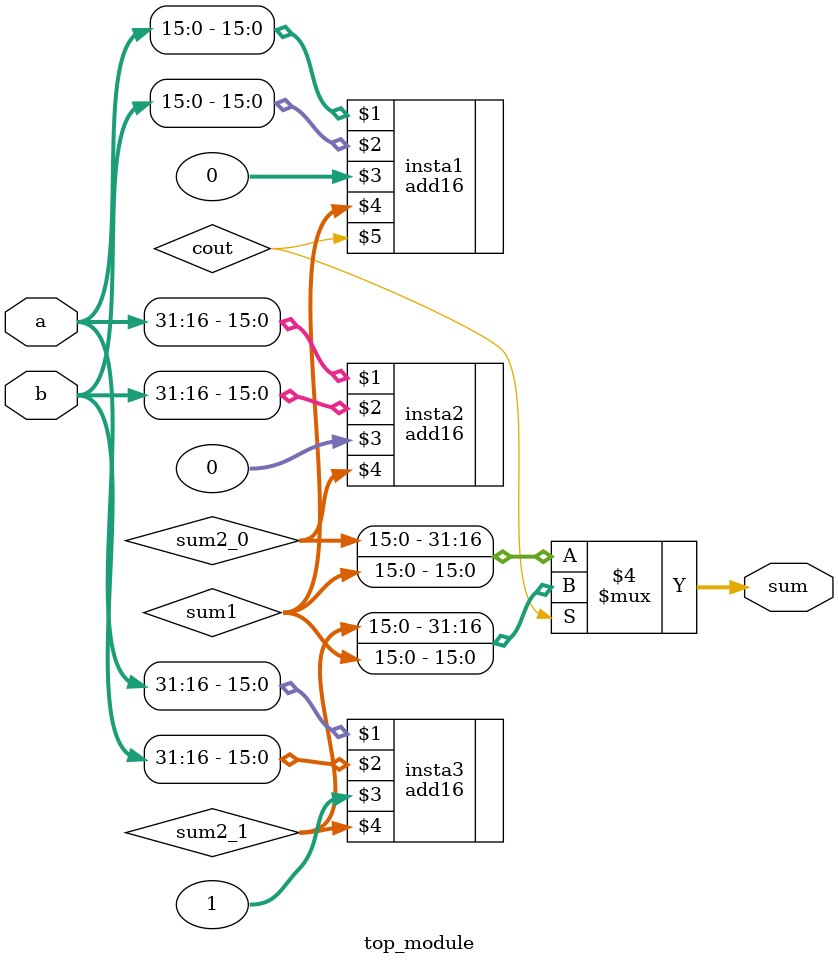
<source format=v>
module top_module(
    input [31:0] a,
    input [31:0] b,
    output [31:0] sum
);

    wire [15:0]sum1,sum2_0,sum2_1;
    wire cout;
    //implement modules and connect it together
    add16 insta1 (a[15:0],b[15:0],0,sum1,cout);
    add16 insta2 (a[31:16],b[31:16],0,sum2_0);
    add16 insta3 (a[31:16],b[31:16],1,sum2_1);
    
    //before output we choose which output ways we use
    assign sum = (cout)? {sum2_1,sum1}:{sum2_0,sum1};

/*
Using a multiplexer to decide which insta to use will increase the speed of the code.
If you used the method from the previous problem (Adder 2), directly inserting cout to add16, it 
will take longer to process,because it needs to wait for cout to start calculating sum2.
But if we use a multiplexer, it will can instantly choose to use which add16.
*/

endmodule
</source>
